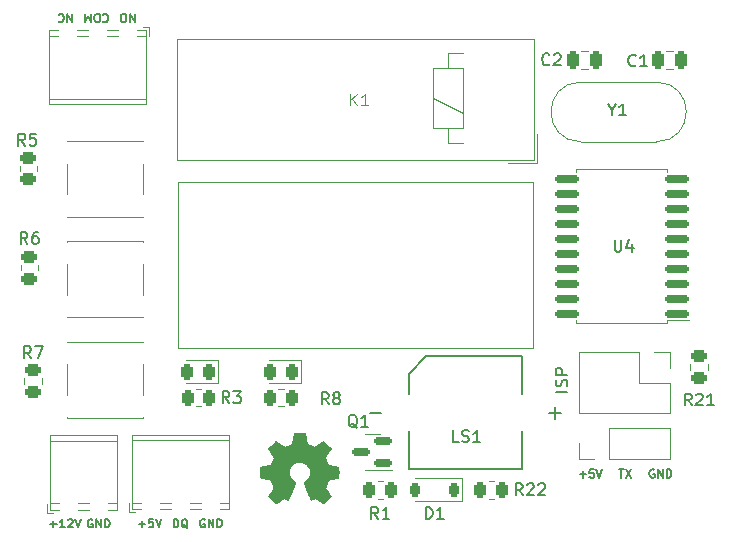
<source format=gto>
G04 #@! TF.GenerationSoftware,KiCad,Pcbnew,7.0.5-7.0.5~ubuntu20.04.1*
G04 #@! TF.CreationDate,2023-07-24T22:04:44+03:00*
G04 #@! TF.ProjectId,hardware,68617264-7761-4726-952e-6b696361645f,rev?*
G04 #@! TF.SameCoordinates,Original*
G04 #@! TF.FileFunction,Legend,Top*
G04 #@! TF.FilePolarity,Positive*
%FSLAX46Y46*%
G04 Gerber Fmt 4.6, Leading zero omitted, Abs format (unit mm)*
G04 Created by KiCad (PCBNEW 7.0.5-7.0.5~ubuntu20.04.1) date 2023-07-24 22:04:44*
%MOMM*%
%LPD*%
G01*
G04 APERTURE LIST*
G04 Aperture macros list*
%AMRoundRect*
0 Rectangle with rounded corners*
0 $1 Rounding radius*
0 $2 $3 $4 $5 $6 $7 $8 $9 X,Y pos of 4 corners*
0 Add a 4 corners polygon primitive as box body*
4,1,4,$2,$3,$4,$5,$6,$7,$8,$9,$2,$3,0*
0 Add four circle primitives for the rounded corners*
1,1,$1+$1,$2,$3*
1,1,$1+$1,$4,$5*
1,1,$1+$1,$6,$7*
1,1,$1+$1,$8,$9*
0 Add four rect primitives between the rounded corners*
20,1,$1+$1,$2,$3,$4,$5,0*
20,1,$1+$1,$4,$5,$6,$7,0*
20,1,$1+$1,$6,$7,$8,$9,0*
20,1,$1+$1,$8,$9,$2,$3,0*%
G04 Aperture macros list end*
%ADD10C,0.150000*%
%ADD11C,0.100000*%
%ADD12C,0.010000*%
%ADD13C,0.120000*%
%ADD14C,0.127000*%
%ADD15RoundRect,0.250000X0.262500X0.450000X-0.262500X0.450000X-0.262500X-0.450000X0.262500X-0.450000X0*%
%ADD16R,1.700000X1.700000*%
%ADD17O,1.700000X1.700000*%
%ADD18R,3.000000X2.500000*%
%ADD19C,1.524000*%
%ADD20R,1.524000X1.524000*%
%ADD21RoundRect,0.250000X0.250000X0.475000X-0.250000X0.475000X-0.250000X-0.475000X0.250000X-0.475000X0*%
%ADD22RoundRect,0.250000X0.450000X-0.262500X0.450000X0.262500X-0.450000X0.262500X-0.450000X-0.262500X0*%
%ADD23R,1.550000X1.300000*%
%ADD24RoundRect,0.243750X0.243750X0.456250X-0.243750X0.456250X-0.243750X-0.456250X0.243750X-0.456250X0*%
%ADD25C,2.200000*%
%ADD26R,2.200000X2.200000*%
%ADD27RoundRect,0.150000X0.875000X0.150000X-0.875000X0.150000X-0.875000X-0.150000X0.875000X-0.150000X0*%
%ADD28RoundRect,0.250000X-0.450000X0.262500X-0.450000X-0.262500X0.450000X-0.262500X0.450000X0.262500X0*%
%ADD29RoundRect,0.250000X-0.250000X-0.475000X0.250000X-0.475000X0.250000X0.475000X-0.250000X0.475000X0*%
%ADD30C,1.100000*%
%ADD31C,1.500000*%
%ADD32RoundRect,0.225000X0.225000X0.375000X-0.225000X0.375000X-0.225000X-0.375000X0.225000X-0.375000X0*%
%ADD33RoundRect,0.150000X0.587500X0.150000X-0.587500X0.150000X-0.587500X-0.150000X0.587500X-0.150000X0*%
G04 APERTURE END LIST*
D10*
X167454819Y-113476189D02*
X166454819Y-113476189D01*
X167407200Y-113047618D02*
X167454819Y-112904761D01*
X167454819Y-112904761D02*
X167454819Y-112666666D01*
X167454819Y-112666666D02*
X167407200Y-112571428D01*
X167407200Y-112571428D02*
X167359580Y-112523809D01*
X167359580Y-112523809D02*
X167264342Y-112476190D01*
X167264342Y-112476190D02*
X167169104Y-112476190D01*
X167169104Y-112476190D02*
X167073866Y-112523809D01*
X167073866Y-112523809D02*
X167026247Y-112571428D01*
X167026247Y-112571428D02*
X166978628Y-112666666D01*
X166978628Y-112666666D02*
X166931009Y-112857142D01*
X166931009Y-112857142D02*
X166883390Y-112952380D01*
X166883390Y-112952380D02*
X166835771Y-112999999D01*
X166835771Y-112999999D02*
X166740533Y-113047618D01*
X166740533Y-113047618D02*
X166645295Y-113047618D01*
X166645295Y-113047618D02*
X166550057Y-112999999D01*
X166550057Y-112999999D02*
X166502438Y-112952380D01*
X166502438Y-112952380D02*
X166454819Y-112857142D01*
X166454819Y-112857142D02*
X166454819Y-112619047D01*
X166454819Y-112619047D02*
X166502438Y-112476190D01*
X167454819Y-112047618D02*
X166454819Y-112047618D01*
X166454819Y-112047618D02*
X166454819Y-111666666D01*
X166454819Y-111666666D02*
X166502438Y-111571428D01*
X166502438Y-111571428D02*
X166550057Y-111523809D01*
X166550057Y-111523809D02*
X166645295Y-111476190D01*
X166645295Y-111476190D02*
X166788152Y-111476190D01*
X166788152Y-111476190D02*
X166883390Y-111523809D01*
X166883390Y-111523809D02*
X166931009Y-111571428D01*
X166931009Y-111571428D02*
X166978628Y-111666666D01*
X166978628Y-111666666D02*
X166978628Y-112047618D01*
X134115350Y-124981533D02*
X134115350Y-124281533D01*
X134115350Y-124281533D02*
X134282017Y-124281533D01*
X134282017Y-124281533D02*
X134382017Y-124314866D01*
X134382017Y-124314866D02*
X134448684Y-124381533D01*
X134448684Y-124381533D02*
X134482017Y-124448200D01*
X134482017Y-124448200D02*
X134515350Y-124581533D01*
X134515350Y-124581533D02*
X134515350Y-124681533D01*
X134515350Y-124681533D02*
X134482017Y-124814866D01*
X134482017Y-124814866D02*
X134448684Y-124881533D01*
X134448684Y-124881533D02*
X134382017Y-124948200D01*
X134382017Y-124948200D02*
X134282017Y-124981533D01*
X134282017Y-124981533D02*
X134115350Y-124981533D01*
X135282017Y-125048200D02*
X135215350Y-125014866D01*
X135215350Y-125014866D02*
X135148684Y-124948200D01*
X135148684Y-124948200D02*
X135048684Y-124848200D01*
X135048684Y-124848200D02*
X134982017Y-124814866D01*
X134982017Y-124814866D02*
X134915350Y-124814866D01*
X134948684Y-124981533D02*
X134882017Y-124948200D01*
X134882017Y-124948200D02*
X134815350Y-124881533D01*
X134815350Y-124881533D02*
X134782017Y-124748200D01*
X134782017Y-124748200D02*
X134782017Y-124514866D01*
X134782017Y-124514866D02*
X134815350Y-124381533D01*
X134815350Y-124381533D02*
X134882017Y-124314866D01*
X134882017Y-124314866D02*
X134948684Y-124281533D01*
X134948684Y-124281533D02*
X135082017Y-124281533D01*
X135082017Y-124281533D02*
X135148684Y-124314866D01*
X135148684Y-124314866D02*
X135215350Y-124381533D01*
X135215350Y-124381533D02*
X135248684Y-124514866D01*
X135248684Y-124514866D02*
X135248684Y-124748200D01*
X135248684Y-124748200D02*
X135215350Y-124881533D01*
X135215350Y-124881533D02*
X135148684Y-124948200D01*
X135148684Y-124948200D02*
X135082017Y-124981533D01*
X135082017Y-124981533D02*
X134948684Y-124981533D01*
X136732017Y-124314866D02*
X136665350Y-124281533D01*
X136665350Y-124281533D02*
X136565350Y-124281533D01*
X136565350Y-124281533D02*
X136465350Y-124314866D01*
X136465350Y-124314866D02*
X136398684Y-124381533D01*
X136398684Y-124381533D02*
X136365350Y-124448200D01*
X136365350Y-124448200D02*
X136332017Y-124581533D01*
X136332017Y-124581533D02*
X136332017Y-124681533D01*
X136332017Y-124681533D02*
X136365350Y-124814866D01*
X136365350Y-124814866D02*
X136398684Y-124881533D01*
X136398684Y-124881533D02*
X136465350Y-124948200D01*
X136465350Y-124948200D02*
X136565350Y-124981533D01*
X136565350Y-124981533D02*
X136632017Y-124981533D01*
X136632017Y-124981533D02*
X136732017Y-124948200D01*
X136732017Y-124948200D02*
X136765350Y-124914866D01*
X136765350Y-124914866D02*
X136765350Y-124681533D01*
X136765350Y-124681533D02*
X136632017Y-124681533D01*
X137065350Y-124981533D02*
X137065350Y-124281533D01*
X137065350Y-124281533D02*
X137465350Y-124981533D01*
X137465350Y-124981533D02*
X137465350Y-124281533D01*
X137798683Y-124981533D02*
X137798683Y-124281533D01*
X137798683Y-124281533D02*
X137965350Y-124281533D01*
X137965350Y-124281533D02*
X138065350Y-124314866D01*
X138065350Y-124314866D02*
X138132017Y-124381533D01*
X138132017Y-124381533D02*
X138165350Y-124448200D01*
X138165350Y-124448200D02*
X138198683Y-124581533D01*
X138198683Y-124581533D02*
X138198683Y-124681533D01*
X138198683Y-124681533D02*
X138165350Y-124814866D01*
X138165350Y-124814866D02*
X138132017Y-124881533D01*
X138132017Y-124881533D02*
X138065350Y-124948200D01*
X138065350Y-124948200D02*
X137965350Y-124981533D01*
X137965350Y-124981533D02*
X137798683Y-124981533D01*
X171817017Y-120066533D02*
X172217017Y-120066533D01*
X172017017Y-120766533D02*
X172017017Y-120066533D01*
X172383684Y-120066533D02*
X172850350Y-120766533D01*
X172850350Y-120066533D02*
X172383684Y-120766533D01*
X131165350Y-124714866D02*
X131698684Y-124714866D01*
X131432017Y-124981533D02*
X131432017Y-124448200D01*
X132365351Y-124281533D02*
X132032017Y-124281533D01*
X132032017Y-124281533D02*
X131998684Y-124614866D01*
X131998684Y-124614866D02*
X132032017Y-124581533D01*
X132032017Y-124581533D02*
X132098684Y-124548200D01*
X132098684Y-124548200D02*
X132265351Y-124548200D01*
X132265351Y-124548200D02*
X132332017Y-124581533D01*
X132332017Y-124581533D02*
X132365351Y-124614866D01*
X132365351Y-124614866D02*
X132398684Y-124681533D01*
X132398684Y-124681533D02*
X132398684Y-124848200D01*
X132398684Y-124848200D02*
X132365351Y-124914866D01*
X132365351Y-124914866D02*
X132332017Y-124948200D01*
X132332017Y-124948200D02*
X132265351Y-124981533D01*
X132265351Y-124981533D02*
X132098684Y-124981533D01*
X132098684Y-124981533D02*
X132032017Y-124948200D01*
X132032017Y-124948200D02*
X131998684Y-124914866D01*
X132598684Y-124281533D02*
X132832018Y-124981533D01*
X132832018Y-124981533D02*
X133065351Y-124281533D01*
X130801316Y-81493466D02*
X130801316Y-82193466D01*
X130801316Y-82193466D02*
X130401316Y-81493466D01*
X130401316Y-81493466D02*
X130401316Y-82193466D01*
X129934650Y-82193466D02*
X129801316Y-82193466D01*
X129801316Y-82193466D02*
X129734650Y-82160133D01*
X129734650Y-82160133D02*
X129667983Y-82093466D01*
X129667983Y-82093466D02*
X129634650Y-81960133D01*
X129634650Y-81960133D02*
X129634650Y-81726800D01*
X129634650Y-81726800D02*
X129667983Y-81593466D01*
X129667983Y-81593466D02*
X129734650Y-81526800D01*
X129734650Y-81526800D02*
X129801316Y-81493466D01*
X129801316Y-81493466D02*
X129934650Y-81493466D01*
X129934650Y-81493466D02*
X130001316Y-81526800D01*
X130001316Y-81526800D02*
X130067983Y-81593466D01*
X130067983Y-81593466D02*
X130101316Y-81726800D01*
X130101316Y-81726800D02*
X130101316Y-81960133D01*
X130101316Y-81960133D02*
X130067983Y-82093466D01*
X130067983Y-82093466D02*
X130001316Y-82160133D01*
X130001316Y-82160133D02*
X129934650Y-82193466D01*
X168475350Y-120499866D02*
X169008684Y-120499866D01*
X168742017Y-120766533D02*
X168742017Y-120233200D01*
X169675351Y-120066533D02*
X169342017Y-120066533D01*
X169342017Y-120066533D02*
X169308684Y-120399866D01*
X169308684Y-120399866D02*
X169342017Y-120366533D01*
X169342017Y-120366533D02*
X169408684Y-120333200D01*
X169408684Y-120333200D02*
X169575351Y-120333200D01*
X169575351Y-120333200D02*
X169642017Y-120366533D01*
X169642017Y-120366533D02*
X169675351Y-120399866D01*
X169675351Y-120399866D02*
X169708684Y-120466533D01*
X169708684Y-120466533D02*
X169708684Y-120633200D01*
X169708684Y-120633200D02*
X169675351Y-120699866D01*
X169675351Y-120699866D02*
X169642017Y-120733200D01*
X169642017Y-120733200D02*
X169575351Y-120766533D01*
X169575351Y-120766533D02*
X169408684Y-120766533D01*
X169408684Y-120766533D02*
X169342017Y-120733200D01*
X169342017Y-120733200D02*
X169308684Y-120699866D01*
X169908684Y-120066533D02*
X170142018Y-120766533D01*
X170142018Y-120766533D02*
X170375351Y-120066533D01*
X128134649Y-81560133D02*
X128167982Y-81526800D01*
X128167982Y-81526800D02*
X128267982Y-81493466D01*
X128267982Y-81493466D02*
X128334649Y-81493466D01*
X128334649Y-81493466D02*
X128434649Y-81526800D01*
X128434649Y-81526800D02*
X128501316Y-81593466D01*
X128501316Y-81593466D02*
X128534649Y-81660133D01*
X128534649Y-81660133D02*
X128567982Y-81793466D01*
X128567982Y-81793466D02*
X128567982Y-81893466D01*
X128567982Y-81893466D02*
X128534649Y-82026800D01*
X128534649Y-82026800D02*
X128501316Y-82093466D01*
X128501316Y-82093466D02*
X128434649Y-82160133D01*
X128434649Y-82160133D02*
X128334649Y-82193466D01*
X128334649Y-82193466D02*
X128267982Y-82193466D01*
X128267982Y-82193466D02*
X128167982Y-82160133D01*
X128167982Y-82160133D02*
X128134649Y-82126800D01*
X127701316Y-82193466D02*
X127567982Y-82193466D01*
X127567982Y-82193466D02*
X127501316Y-82160133D01*
X127501316Y-82160133D02*
X127434649Y-82093466D01*
X127434649Y-82093466D02*
X127401316Y-81960133D01*
X127401316Y-81960133D02*
X127401316Y-81726800D01*
X127401316Y-81726800D02*
X127434649Y-81593466D01*
X127434649Y-81593466D02*
X127501316Y-81526800D01*
X127501316Y-81526800D02*
X127567982Y-81493466D01*
X127567982Y-81493466D02*
X127701316Y-81493466D01*
X127701316Y-81493466D02*
X127767982Y-81526800D01*
X127767982Y-81526800D02*
X127834649Y-81593466D01*
X127834649Y-81593466D02*
X127867982Y-81726800D01*
X127867982Y-81726800D02*
X127867982Y-81960133D01*
X127867982Y-81960133D02*
X127834649Y-82093466D01*
X127834649Y-82093466D02*
X127767982Y-82160133D01*
X127767982Y-82160133D02*
X127701316Y-82193466D01*
X127101316Y-81493466D02*
X127101316Y-82193466D01*
X127101316Y-82193466D02*
X126867983Y-81693466D01*
X126867983Y-81693466D02*
X126634649Y-82193466D01*
X126634649Y-82193466D02*
X126634649Y-81493466D01*
X123665350Y-124714866D02*
X124198684Y-124714866D01*
X123932017Y-124981533D02*
X123932017Y-124448200D01*
X124898684Y-124981533D02*
X124498684Y-124981533D01*
X124698684Y-124981533D02*
X124698684Y-124281533D01*
X124698684Y-124281533D02*
X124632017Y-124381533D01*
X124632017Y-124381533D02*
X124565351Y-124448200D01*
X124565351Y-124448200D02*
X124498684Y-124481533D01*
X125165351Y-124348200D02*
X125198684Y-124314866D01*
X125198684Y-124314866D02*
X125265351Y-124281533D01*
X125265351Y-124281533D02*
X125432018Y-124281533D01*
X125432018Y-124281533D02*
X125498684Y-124314866D01*
X125498684Y-124314866D02*
X125532018Y-124348200D01*
X125532018Y-124348200D02*
X125565351Y-124414866D01*
X125565351Y-124414866D02*
X125565351Y-124481533D01*
X125565351Y-124481533D02*
X125532018Y-124581533D01*
X125532018Y-124581533D02*
X125132018Y-124981533D01*
X125132018Y-124981533D02*
X125565351Y-124981533D01*
X125765351Y-124281533D02*
X125998685Y-124981533D01*
X125998685Y-124981533D02*
X126232018Y-124281533D01*
X125501316Y-81493466D02*
X125501316Y-82193466D01*
X125501316Y-82193466D02*
X125101316Y-81493466D01*
X125101316Y-81493466D02*
X125101316Y-82193466D01*
X124367983Y-81560133D02*
X124401316Y-81526800D01*
X124401316Y-81526800D02*
X124501316Y-81493466D01*
X124501316Y-81493466D02*
X124567983Y-81493466D01*
X124567983Y-81493466D02*
X124667983Y-81526800D01*
X124667983Y-81526800D02*
X124734650Y-81593466D01*
X124734650Y-81593466D02*
X124767983Y-81660133D01*
X124767983Y-81660133D02*
X124801316Y-81793466D01*
X124801316Y-81793466D02*
X124801316Y-81893466D01*
X124801316Y-81893466D02*
X124767983Y-82026800D01*
X124767983Y-82026800D02*
X124734650Y-82093466D01*
X124734650Y-82093466D02*
X124667983Y-82160133D01*
X124667983Y-82160133D02*
X124567983Y-82193466D01*
X124567983Y-82193466D02*
X124501316Y-82193466D01*
X124501316Y-82193466D02*
X124401316Y-82160133D01*
X124401316Y-82160133D02*
X124367983Y-82126800D01*
X127232017Y-124314866D02*
X127165350Y-124281533D01*
X127165350Y-124281533D02*
X127065350Y-124281533D01*
X127065350Y-124281533D02*
X126965350Y-124314866D01*
X126965350Y-124314866D02*
X126898684Y-124381533D01*
X126898684Y-124381533D02*
X126865350Y-124448200D01*
X126865350Y-124448200D02*
X126832017Y-124581533D01*
X126832017Y-124581533D02*
X126832017Y-124681533D01*
X126832017Y-124681533D02*
X126865350Y-124814866D01*
X126865350Y-124814866D02*
X126898684Y-124881533D01*
X126898684Y-124881533D02*
X126965350Y-124948200D01*
X126965350Y-124948200D02*
X127065350Y-124981533D01*
X127065350Y-124981533D02*
X127132017Y-124981533D01*
X127132017Y-124981533D02*
X127232017Y-124948200D01*
X127232017Y-124948200D02*
X127265350Y-124914866D01*
X127265350Y-124914866D02*
X127265350Y-124681533D01*
X127265350Y-124681533D02*
X127132017Y-124681533D01*
X127565350Y-124981533D02*
X127565350Y-124281533D01*
X127565350Y-124281533D02*
X127965350Y-124981533D01*
X127965350Y-124981533D02*
X127965350Y-124281533D01*
X128298683Y-124981533D02*
X128298683Y-124281533D01*
X128298683Y-124281533D02*
X128465350Y-124281533D01*
X128465350Y-124281533D02*
X128565350Y-124314866D01*
X128565350Y-124314866D02*
X128632017Y-124381533D01*
X128632017Y-124381533D02*
X128665350Y-124448200D01*
X128665350Y-124448200D02*
X128698683Y-124581533D01*
X128698683Y-124581533D02*
X128698683Y-124681533D01*
X128698683Y-124681533D02*
X128665350Y-124814866D01*
X128665350Y-124814866D02*
X128632017Y-124881533D01*
X128632017Y-124881533D02*
X128565350Y-124948200D01*
X128565350Y-124948200D02*
X128465350Y-124981533D01*
X128465350Y-124981533D02*
X128298683Y-124981533D01*
X174792017Y-120099866D02*
X174725350Y-120066533D01*
X174725350Y-120066533D02*
X174625350Y-120066533D01*
X174625350Y-120066533D02*
X174525350Y-120099866D01*
X174525350Y-120099866D02*
X174458684Y-120166533D01*
X174458684Y-120166533D02*
X174425350Y-120233200D01*
X174425350Y-120233200D02*
X174392017Y-120366533D01*
X174392017Y-120366533D02*
X174392017Y-120466533D01*
X174392017Y-120466533D02*
X174425350Y-120599866D01*
X174425350Y-120599866D02*
X174458684Y-120666533D01*
X174458684Y-120666533D02*
X174525350Y-120733200D01*
X174525350Y-120733200D02*
X174625350Y-120766533D01*
X174625350Y-120766533D02*
X174692017Y-120766533D01*
X174692017Y-120766533D02*
X174792017Y-120733200D01*
X174792017Y-120733200D02*
X174825350Y-120699866D01*
X174825350Y-120699866D02*
X174825350Y-120466533D01*
X174825350Y-120466533D02*
X174692017Y-120466533D01*
X175125350Y-120766533D02*
X175125350Y-120066533D01*
X175125350Y-120066533D02*
X175525350Y-120766533D01*
X175525350Y-120766533D02*
X175525350Y-120066533D01*
X175858683Y-120766533D02*
X175858683Y-120066533D01*
X175858683Y-120066533D02*
X176025350Y-120066533D01*
X176025350Y-120066533D02*
X176125350Y-120099866D01*
X176125350Y-120099866D02*
X176192017Y-120166533D01*
X176192017Y-120166533D02*
X176225350Y-120233200D01*
X176225350Y-120233200D02*
X176258683Y-120366533D01*
X176258683Y-120366533D02*
X176258683Y-120466533D01*
X176258683Y-120466533D02*
X176225350Y-120599866D01*
X176225350Y-120599866D02*
X176192017Y-120666533D01*
X176192017Y-120666533D02*
X176125350Y-120733200D01*
X176125350Y-120733200D02*
X176025350Y-120766533D01*
X176025350Y-120766533D02*
X175858683Y-120766533D01*
X163657142Y-122254819D02*
X163323809Y-121778628D01*
X163085714Y-122254819D02*
X163085714Y-121254819D01*
X163085714Y-121254819D02*
X163466666Y-121254819D01*
X163466666Y-121254819D02*
X163561904Y-121302438D01*
X163561904Y-121302438D02*
X163609523Y-121350057D01*
X163609523Y-121350057D02*
X163657142Y-121445295D01*
X163657142Y-121445295D02*
X163657142Y-121588152D01*
X163657142Y-121588152D02*
X163609523Y-121683390D01*
X163609523Y-121683390D02*
X163561904Y-121731009D01*
X163561904Y-121731009D02*
X163466666Y-121778628D01*
X163466666Y-121778628D02*
X163085714Y-121778628D01*
X164038095Y-121350057D02*
X164085714Y-121302438D01*
X164085714Y-121302438D02*
X164180952Y-121254819D01*
X164180952Y-121254819D02*
X164419047Y-121254819D01*
X164419047Y-121254819D02*
X164514285Y-121302438D01*
X164514285Y-121302438D02*
X164561904Y-121350057D01*
X164561904Y-121350057D02*
X164609523Y-121445295D01*
X164609523Y-121445295D02*
X164609523Y-121540533D01*
X164609523Y-121540533D02*
X164561904Y-121683390D01*
X164561904Y-121683390D02*
X163990476Y-122254819D01*
X163990476Y-122254819D02*
X164609523Y-122254819D01*
X164990476Y-121350057D02*
X165038095Y-121302438D01*
X165038095Y-121302438D02*
X165133333Y-121254819D01*
X165133333Y-121254819D02*
X165371428Y-121254819D01*
X165371428Y-121254819D02*
X165466666Y-121302438D01*
X165466666Y-121302438D02*
X165514285Y-121350057D01*
X165514285Y-121350057D02*
X165561904Y-121445295D01*
X165561904Y-121445295D02*
X165561904Y-121540533D01*
X165561904Y-121540533D02*
X165514285Y-121683390D01*
X165514285Y-121683390D02*
X164942857Y-122254819D01*
X164942857Y-122254819D02*
X165561904Y-122254819D01*
X158257142Y-117754819D02*
X157780952Y-117754819D01*
X157780952Y-117754819D02*
X157780952Y-116754819D01*
X158542857Y-117707200D02*
X158685714Y-117754819D01*
X158685714Y-117754819D02*
X158923809Y-117754819D01*
X158923809Y-117754819D02*
X159019047Y-117707200D01*
X159019047Y-117707200D02*
X159066666Y-117659580D01*
X159066666Y-117659580D02*
X159114285Y-117564342D01*
X159114285Y-117564342D02*
X159114285Y-117469104D01*
X159114285Y-117469104D02*
X159066666Y-117373866D01*
X159066666Y-117373866D02*
X159019047Y-117326247D01*
X159019047Y-117326247D02*
X158923809Y-117278628D01*
X158923809Y-117278628D02*
X158733333Y-117231009D01*
X158733333Y-117231009D02*
X158638095Y-117183390D01*
X158638095Y-117183390D02*
X158590476Y-117135771D01*
X158590476Y-117135771D02*
X158542857Y-117040533D01*
X158542857Y-117040533D02*
X158542857Y-116945295D01*
X158542857Y-116945295D02*
X158590476Y-116850057D01*
X158590476Y-116850057D02*
X158638095Y-116802438D01*
X158638095Y-116802438D02*
X158733333Y-116754819D01*
X158733333Y-116754819D02*
X158971428Y-116754819D01*
X158971428Y-116754819D02*
X159114285Y-116802438D01*
X160066666Y-117754819D02*
X159495238Y-117754819D01*
X159780952Y-117754819D02*
X159780952Y-116754819D01*
X159780952Y-116754819D02*
X159685714Y-116897676D01*
X159685714Y-116897676D02*
X159590476Y-116992914D01*
X159590476Y-116992914D02*
X159495238Y-117040533D01*
X165933333Y-85759580D02*
X165885714Y-85807200D01*
X165885714Y-85807200D02*
X165742857Y-85854819D01*
X165742857Y-85854819D02*
X165647619Y-85854819D01*
X165647619Y-85854819D02*
X165504762Y-85807200D01*
X165504762Y-85807200D02*
X165409524Y-85711961D01*
X165409524Y-85711961D02*
X165361905Y-85616723D01*
X165361905Y-85616723D02*
X165314286Y-85426247D01*
X165314286Y-85426247D02*
X165314286Y-85283390D01*
X165314286Y-85283390D02*
X165361905Y-85092914D01*
X165361905Y-85092914D02*
X165409524Y-84997676D01*
X165409524Y-84997676D02*
X165504762Y-84902438D01*
X165504762Y-84902438D02*
X165647619Y-84854819D01*
X165647619Y-84854819D02*
X165742857Y-84854819D01*
X165742857Y-84854819D02*
X165885714Y-84902438D01*
X165885714Y-84902438D02*
X165933333Y-84950057D01*
X166314286Y-84950057D02*
X166361905Y-84902438D01*
X166361905Y-84902438D02*
X166457143Y-84854819D01*
X166457143Y-84854819D02*
X166695238Y-84854819D01*
X166695238Y-84854819D02*
X166790476Y-84902438D01*
X166790476Y-84902438D02*
X166838095Y-84950057D01*
X166838095Y-84950057D02*
X166885714Y-85045295D01*
X166885714Y-85045295D02*
X166885714Y-85140533D01*
X166885714Y-85140533D02*
X166838095Y-85283390D01*
X166838095Y-85283390D02*
X166266667Y-85854819D01*
X166266667Y-85854819D02*
X166885714Y-85854819D01*
X177957142Y-114654819D02*
X177623809Y-114178628D01*
X177385714Y-114654819D02*
X177385714Y-113654819D01*
X177385714Y-113654819D02*
X177766666Y-113654819D01*
X177766666Y-113654819D02*
X177861904Y-113702438D01*
X177861904Y-113702438D02*
X177909523Y-113750057D01*
X177909523Y-113750057D02*
X177957142Y-113845295D01*
X177957142Y-113845295D02*
X177957142Y-113988152D01*
X177957142Y-113988152D02*
X177909523Y-114083390D01*
X177909523Y-114083390D02*
X177861904Y-114131009D01*
X177861904Y-114131009D02*
X177766666Y-114178628D01*
X177766666Y-114178628D02*
X177385714Y-114178628D01*
X178338095Y-113750057D02*
X178385714Y-113702438D01*
X178385714Y-113702438D02*
X178480952Y-113654819D01*
X178480952Y-113654819D02*
X178719047Y-113654819D01*
X178719047Y-113654819D02*
X178814285Y-113702438D01*
X178814285Y-113702438D02*
X178861904Y-113750057D01*
X178861904Y-113750057D02*
X178909523Y-113845295D01*
X178909523Y-113845295D02*
X178909523Y-113940533D01*
X178909523Y-113940533D02*
X178861904Y-114083390D01*
X178861904Y-114083390D02*
X178290476Y-114654819D01*
X178290476Y-114654819D02*
X178909523Y-114654819D01*
X179861904Y-114654819D02*
X179290476Y-114654819D01*
X179576190Y-114654819D02*
X179576190Y-113654819D01*
X179576190Y-113654819D02*
X179480952Y-113797676D01*
X179480952Y-113797676D02*
X179385714Y-113892914D01*
X179385714Y-113892914D02*
X179290476Y-113940533D01*
X151433333Y-124254819D02*
X151100000Y-123778628D01*
X150861905Y-124254819D02*
X150861905Y-123254819D01*
X150861905Y-123254819D02*
X151242857Y-123254819D01*
X151242857Y-123254819D02*
X151338095Y-123302438D01*
X151338095Y-123302438D02*
X151385714Y-123350057D01*
X151385714Y-123350057D02*
X151433333Y-123445295D01*
X151433333Y-123445295D02*
X151433333Y-123588152D01*
X151433333Y-123588152D02*
X151385714Y-123683390D01*
X151385714Y-123683390D02*
X151338095Y-123731009D01*
X151338095Y-123731009D02*
X151242857Y-123778628D01*
X151242857Y-123778628D02*
X150861905Y-123778628D01*
X152385714Y-124254819D02*
X151814286Y-124254819D01*
X152100000Y-124254819D02*
X152100000Y-123254819D01*
X152100000Y-123254819D02*
X152004762Y-123397676D01*
X152004762Y-123397676D02*
X151909524Y-123492914D01*
X151909524Y-123492914D02*
X151814286Y-123540533D01*
X147233333Y-114554819D02*
X146900000Y-114078628D01*
X146661905Y-114554819D02*
X146661905Y-113554819D01*
X146661905Y-113554819D02*
X147042857Y-113554819D01*
X147042857Y-113554819D02*
X147138095Y-113602438D01*
X147138095Y-113602438D02*
X147185714Y-113650057D01*
X147185714Y-113650057D02*
X147233333Y-113745295D01*
X147233333Y-113745295D02*
X147233333Y-113888152D01*
X147233333Y-113888152D02*
X147185714Y-113983390D01*
X147185714Y-113983390D02*
X147138095Y-114031009D01*
X147138095Y-114031009D02*
X147042857Y-114078628D01*
X147042857Y-114078628D02*
X146661905Y-114078628D01*
X147804762Y-113983390D02*
X147709524Y-113935771D01*
X147709524Y-113935771D02*
X147661905Y-113888152D01*
X147661905Y-113888152D02*
X147614286Y-113792914D01*
X147614286Y-113792914D02*
X147614286Y-113745295D01*
X147614286Y-113745295D02*
X147661905Y-113650057D01*
X147661905Y-113650057D02*
X147709524Y-113602438D01*
X147709524Y-113602438D02*
X147804762Y-113554819D01*
X147804762Y-113554819D02*
X147995238Y-113554819D01*
X147995238Y-113554819D02*
X148090476Y-113602438D01*
X148090476Y-113602438D02*
X148138095Y-113650057D01*
X148138095Y-113650057D02*
X148185714Y-113745295D01*
X148185714Y-113745295D02*
X148185714Y-113792914D01*
X148185714Y-113792914D02*
X148138095Y-113888152D01*
X148138095Y-113888152D02*
X148090476Y-113935771D01*
X148090476Y-113935771D02*
X147995238Y-113983390D01*
X147995238Y-113983390D02*
X147804762Y-113983390D01*
X147804762Y-113983390D02*
X147709524Y-114031009D01*
X147709524Y-114031009D02*
X147661905Y-114078628D01*
X147661905Y-114078628D02*
X147614286Y-114173866D01*
X147614286Y-114173866D02*
X147614286Y-114364342D01*
X147614286Y-114364342D02*
X147661905Y-114459580D01*
X147661905Y-114459580D02*
X147709524Y-114507200D01*
X147709524Y-114507200D02*
X147804762Y-114554819D01*
X147804762Y-114554819D02*
X147995238Y-114554819D01*
X147995238Y-114554819D02*
X148090476Y-114507200D01*
X148090476Y-114507200D02*
X148138095Y-114459580D01*
X148138095Y-114459580D02*
X148185714Y-114364342D01*
X148185714Y-114364342D02*
X148185714Y-114173866D01*
X148185714Y-114173866D02*
X148138095Y-114078628D01*
X148138095Y-114078628D02*
X148090476Y-114031009D01*
X148090476Y-114031009D02*
X147995238Y-113983390D01*
D11*
X149061905Y-89257419D02*
X149061905Y-88257419D01*
X149633333Y-89257419D02*
X149204762Y-88685990D01*
X149633333Y-88257419D02*
X149061905Y-88828847D01*
X150585714Y-89257419D02*
X150014286Y-89257419D01*
X150300000Y-89257419D02*
X150300000Y-88257419D01*
X150300000Y-88257419D02*
X150204762Y-88400276D01*
X150204762Y-88400276D02*
X150109524Y-88495514D01*
X150109524Y-88495514D02*
X150014286Y-88543133D01*
D10*
X171438095Y-100629819D02*
X171438095Y-101439342D01*
X171438095Y-101439342D02*
X171485714Y-101534580D01*
X171485714Y-101534580D02*
X171533333Y-101582200D01*
X171533333Y-101582200D02*
X171628571Y-101629819D01*
X171628571Y-101629819D02*
X171819047Y-101629819D01*
X171819047Y-101629819D02*
X171914285Y-101582200D01*
X171914285Y-101582200D02*
X171961904Y-101534580D01*
X171961904Y-101534580D02*
X172009523Y-101439342D01*
X172009523Y-101439342D02*
X172009523Y-100629819D01*
X172914285Y-100963152D02*
X172914285Y-101629819D01*
X172676190Y-100582200D02*
X172438095Y-101296485D01*
X172438095Y-101296485D02*
X173057142Y-101296485D01*
X121533333Y-92654819D02*
X121200000Y-92178628D01*
X120961905Y-92654819D02*
X120961905Y-91654819D01*
X120961905Y-91654819D02*
X121342857Y-91654819D01*
X121342857Y-91654819D02*
X121438095Y-91702438D01*
X121438095Y-91702438D02*
X121485714Y-91750057D01*
X121485714Y-91750057D02*
X121533333Y-91845295D01*
X121533333Y-91845295D02*
X121533333Y-91988152D01*
X121533333Y-91988152D02*
X121485714Y-92083390D01*
X121485714Y-92083390D02*
X121438095Y-92131009D01*
X121438095Y-92131009D02*
X121342857Y-92178628D01*
X121342857Y-92178628D02*
X120961905Y-92178628D01*
X122438095Y-91654819D02*
X121961905Y-91654819D01*
X121961905Y-91654819D02*
X121914286Y-92131009D01*
X121914286Y-92131009D02*
X121961905Y-92083390D01*
X121961905Y-92083390D02*
X122057143Y-92035771D01*
X122057143Y-92035771D02*
X122295238Y-92035771D01*
X122295238Y-92035771D02*
X122390476Y-92083390D01*
X122390476Y-92083390D02*
X122438095Y-92131009D01*
X122438095Y-92131009D02*
X122485714Y-92226247D01*
X122485714Y-92226247D02*
X122485714Y-92464342D01*
X122485714Y-92464342D02*
X122438095Y-92559580D01*
X122438095Y-92559580D02*
X122390476Y-92607200D01*
X122390476Y-92607200D02*
X122295238Y-92654819D01*
X122295238Y-92654819D02*
X122057143Y-92654819D01*
X122057143Y-92654819D02*
X121961905Y-92607200D01*
X121961905Y-92607200D02*
X121914286Y-92559580D01*
X173233333Y-85859580D02*
X173185714Y-85907200D01*
X173185714Y-85907200D02*
X173042857Y-85954819D01*
X173042857Y-85954819D02*
X172947619Y-85954819D01*
X172947619Y-85954819D02*
X172804762Y-85907200D01*
X172804762Y-85907200D02*
X172709524Y-85811961D01*
X172709524Y-85811961D02*
X172661905Y-85716723D01*
X172661905Y-85716723D02*
X172614286Y-85526247D01*
X172614286Y-85526247D02*
X172614286Y-85383390D01*
X172614286Y-85383390D02*
X172661905Y-85192914D01*
X172661905Y-85192914D02*
X172709524Y-85097676D01*
X172709524Y-85097676D02*
X172804762Y-85002438D01*
X172804762Y-85002438D02*
X172947619Y-84954819D01*
X172947619Y-84954819D02*
X173042857Y-84954819D01*
X173042857Y-84954819D02*
X173185714Y-85002438D01*
X173185714Y-85002438D02*
X173233333Y-85050057D01*
X174185714Y-85954819D02*
X173614286Y-85954819D01*
X173900000Y-85954819D02*
X173900000Y-84954819D01*
X173900000Y-84954819D02*
X173804762Y-85097676D01*
X173804762Y-85097676D02*
X173709524Y-85192914D01*
X173709524Y-85192914D02*
X173614286Y-85240533D01*
X138833333Y-114454819D02*
X138500000Y-113978628D01*
X138261905Y-114454819D02*
X138261905Y-113454819D01*
X138261905Y-113454819D02*
X138642857Y-113454819D01*
X138642857Y-113454819D02*
X138738095Y-113502438D01*
X138738095Y-113502438D02*
X138785714Y-113550057D01*
X138785714Y-113550057D02*
X138833333Y-113645295D01*
X138833333Y-113645295D02*
X138833333Y-113788152D01*
X138833333Y-113788152D02*
X138785714Y-113883390D01*
X138785714Y-113883390D02*
X138738095Y-113931009D01*
X138738095Y-113931009D02*
X138642857Y-113978628D01*
X138642857Y-113978628D02*
X138261905Y-113978628D01*
X139166667Y-113454819D02*
X139785714Y-113454819D01*
X139785714Y-113454819D02*
X139452381Y-113835771D01*
X139452381Y-113835771D02*
X139595238Y-113835771D01*
X139595238Y-113835771D02*
X139690476Y-113883390D01*
X139690476Y-113883390D02*
X139738095Y-113931009D01*
X139738095Y-113931009D02*
X139785714Y-114026247D01*
X139785714Y-114026247D02*
X139785714Y-114264342D01*
X139785714Y-114264342D02*
X139738095Y-114359580D01*
X139738095Y-114359580D02*
X139690476Y-114407200D01*
X139690476Y-114407200D02*
X139595238Y-114454819D01*
X139595238Y-114454819D02*
X139309524Y-114454819D01*
X139309524Y-114454819D02*
X139214286Y-114407200D01*
X139214286Y-114407200D02*
X139166667Y-114359580D01*
X121733333Y-100967319D02*
X121400000Y-100491128D01*
X121161905Y-100967319D02*
X121161905Y-99967319D01*
X121161905Y-99967319D02*
X121542857Y-99967319D01*
X121542857Y-99967319D02*
X121638095Y-100014938D01*
X121638095Y-100014938D02*
X121685714Y-100062557D01*
X121685714Y-100062557D02*
X121733333Y-100157795D01*
X121733333Y-100157795D02*
X121733333Y-100300652D01*
X121733333Y-100300652D02*
X121685714Y-100395890D01*
X121685714Y-100395890D02*
X121638095Y-100443509D01*
X121638095Y-100443509D02*
X121542857Y-100491128D01*
X121542857Y-100491128D02*
X121161905Y-100491128D01*
X122590476Y-99967319D02*
X122400000Y-99967319D01*
X122400000Y-99967319D02*
X122304762Y-100014938D01*
X122304762Y-100014938D02*
X122257143Y-100062557D01*
X122257143Y-100062557D02*
X122161905Y-100205414D01*
X122161905Y-100205414D02*
X122114286Y-100395890D01*
X122114286Y-100395890D02*
X122114286Y-100776842D01*
X122114286Y-100776842D02*
X122161905Y-100872080D01*
X122161905Y-100872080D02*
X122209524Y-100919700D01*
X122209524Y-100919700D02*
X122304762Y-100967319D01*
X122304762Y-100967319D02*
X122495238Y-100967319D01*
X122495238Y-100967319D02*
X122590476Y-100919700D01*
X122590476Y-100919700D02*
X122638095Y-100872080D01*
X122638095Y-100872080D02*
X122685714Y-100776842D01*
X122685714Y-100776842D02*
X122685714Y-100538747D01*
X122685714Y-100538747D02*
X122638095Y-100443509D01*
X122638095Y-100443509D02*
X122590476Y-100395890D01*
X122590476Y-100395890D02*
X122495238Y-100348271D01*
X122495238Y-100348271D02*
X122304762Y-100348271D01*
X122304762Y-100348271D02*
X122209524Y-100395890D01*
X122209524Y-100395890D02*
X122161905Y-100443509D01*
X122161905Y-100443509D02*
X122114286Y-100538747D01*
X122033333Y-110654819D02*
X121700000Y-110178628D01*
X121461905Y-110654819D02*
X121461905Y-109654819D01*
X121461905Y-109654819D02*
X121842857Y-109654819D01*
X121842857Y-109654819D02*
X121938095Y-109702438D01*
X121938095Y-109702438D02*
X121985714Y-109750057D01*
X121985714Y-109750057D02*
X122033333Y-109845295D01*
X122033333Y-109845295D02*
X122033333Y-109988152D01*
X122033333Y-109988152D02*
X121985714Y-110083390D01*
X121985714Y-110083390D02*
X121938095Y-110131009D01*
X121938095Y-110131009D02*
X121842857Y-110178628D01*
X121842857Y-110178628D02*
X121461905Y-110178628D01*
X122366667Y-109654819D02*
X123033333Y-109654819D01*
X123033333Y-109654819D02*
X122604762Y-110654819D01*
X171228809Y-89628628D02*
X171228809Y-90104819D01*
X170895476Y-89104819D02*
X171228809Y-89628628D01*
X171228809Y-89628628D02*
X171562142Y-89104819D01*
X172419285Y-90104819D02*
X171847857Y-90104819D01*
X172133571Y-90104819D02*
X172133571Y-89104819D01*
X172133571Y-89104819D02*
X172038333Y-89247676D01*
X172038333Y-89247676D02*
X171943095Y-89342914D01*
X171943095Y-89342914D02*
X171847857Y-89390533D01*
X155461905Y-124254819D02*
X155461905Y-123254819D01*
X155461905Y-123254819D02*
X155700000Y-123254819D01*
X155700000Y-123254819D02*
X155842857Y-123302438D01*
X155842857Y-123302438D02*
X155938095Y-123397676D01*
X155938095Y-123397676D02*
X155985714Y-123492914D01*
X155985714Y-123492914D02*
X156033333Y-123683390D01*
X156033333Y-123683390D02*
X156033333Y-123826247D01*
X156033333Y-123826247D02*
X155985714Y-124016723D01*
X155985714Y-124016723D02*
X155938095Y-124111961D01*
X155938095Y-124111961D02*
X155842857Y-124207200D01*
X155842857Y-124207200D02*
X155700000Y-124254819D01*
X155700000Y-124254819D02*
X155461905Y-124254819D01*
X156985714Y-124254819D02*
X156414286Y-124254819D01*
X156700000Y-124254819D02*
X156700000Y-123254819D01*
X156700000Y-123254819D02*
X156604762Y-123397676D01*
X156604762Y-123397676D02*
X156509524Y-123492914D01*
X156509524Y-123492914D02*
X156414286Y-123540533D01*
X149654761Y-116550057D02*
X149559523Y-116502438D01*
X149559523Y-116502438D02*
X149464285Y-116407200D01*
X149464285Y-116407200D02*
X149321428Y-116264342D01*
X149321428Y-116264342D02*
X149226190Y-116216723D01*
X149226190Y-116216723D02*
X149130952Y-116216723D01*
X149178571Y-116454819D02*
X149083333Y-116407200D01*
X149083333Y-116407200D02*
X148988095Y-116311961D01*
X148988095Y-116311961D02*
X148940476Y-116121485D01*
X148940476Y-116121485D02*
X148940476Y-115788152D01*
X148940476Y-115788152D02*
X148988095Y-115597676D01*
X148988095Y-115597676D02*
X149083333Y-115502438D01*
X149083333Y-115502438D02*
X149178571Y-115454819D01*
X149178571Y-115454819D02*
X149369047Y-115454819D01*
X149369047Y-115454819D02*
X149464285Y-115502438D01*
X149464285Y-115502438D02*
X149559523Y-115597676D01*
X149559523Y-115597676D02*
X149607142Y-115788152D01*
X149607142Y-115788152D02*
X149607142Y-116121485D01*
X149607142Y-116121485D02*
X149559523Y-116311961D01*
X149559523Y-116311961D02*
X149464285Y-116407200D01*
X149464285Y-116407200D02*
X149369047Y-116454819D01*
X149369047Y-116454819D02*
X149178571Y-116454819D01*
X150559523Y-116454819D02*
X149988095Y-116454819D01*
X150273809Y-116454819D02*
X150273809Y-115454819D01*
X150273809Y-115454819D02*
X150178571Y-115597676D01*
X150178571Y-115597676D02*
X150083333Y-115692914D01*
X150083333Y-115692914D02*
X149988095Y-115740533D01*
D12*
X145305814Y-117468931D02*
X145389635Y-117913555D01*
X145698920Y-118041053D01*
X146008206Y-118168551D01*
X146379246Y-117916246D01*
X146483157Y-117845996D01*
X146577087Y-117783272D01*
X146656652Y-117730938D01*
X146717470Y-117691857D01*
X146755157Y-117668893D01*
X146765421Y-117663942D01*
X146783910Y-117676676D01*
X146823420Y-117711882D01*
X146879522Y-117765062D01*
X146947787Y-117831718D01*
X147023786Y-117907354D01*
X147103092Y-117987472D01*
X147181275Y-118067574D01*
X147253907Y-118143164D01*
X147316559Y-118209745D01*
X147364803Y-118262818D01*
X147394210Y-118297887D01*
X147401241Y-118309623D01*
X147391123Y-118331260D01*
X147362759Y-118378662D01*
X147319129Y-118447193D01*
X147263218Y-118532215D01*
X147198006Y-118629093D01*
X147160219Y-118684350D01*
X147091343Y-118785248D01*
X147030140Y-118876299D01*
X146979578Y-118952970D01*
X146942628Y-119010728D01*
X146922258Y-119045043D01*
X146919197Y-119052254D01*
X146926136Y-119072748D01*
X146945051Y-119120513D01*
X146973087Y-119188832D01*
X147007391Y-119270989D01*
X147045109Y-119360270D01*
X147083387Y-119449958D01*
X147119370Y-119533338D01*
X147150206Y-119603694D01*
X147173039Y-119654310D01*
X147185017Y-119678471D01*
X147185724Y-119679422D01*
X147204531Y-119684036D01*
X147254618Y-119694328D01*
X147330793Y-119709287D01*
X147427865Y-119727901D01*
X147540643Y-119749159D01*
X147606442Y-119761418D01*
X147726950Y-119784362D01*
X147835797Y-119806195D01*
X147927476Y-119825722D01*
X147996481Y-119841748D01*
X148037304Y-119853079D01*
X148045511Y-119856674D01*
X148053548Y-119881006D01*
X148060033Y-119935959D01*
X148064970Y-120015108D01*
X148068364Y-120112026D01*
X148070218Y-120220287D01*
X148070538Y-120333465D01*
X148069327Y-120445135D01*
X148066590Y-120548868D01*
X148062331Y-120638241D01*
X148056555Y-120706826D01*
X148049267Y-120748197D01*
X148044895Y-120756810D01*
X148018764Y-120767133D01*
X147963393Y-120781892D01*
X147886107Y-120799352D01*
X147794230Y-120817780D01*
X147762158Y-120823741D01*
X147607524Y-120852066D01*
X147485375Y-120874876D01*
X147391673Y-120893080D01*
X147322384Y-120907583D01*
X147273471Y-120919292D01*
X147240897Y-120929115D01*
X147220628Y-120937956D01*
X147208626Y-120946724D01*
X147206947Y-120948457D01*
X147190184Y-120976371D01*
X147164614Y-121030695D01*
X147132788Y-121104777D01*
X147097260Y-121191965D01*
X147060583Y-121285608D01*
X147025311Y-121379052D01*
X146993996Y-121465647D01*
X146969193Y-121538740D01*
X146953454Y-121591678D01*
X146949332Y-121617811D01*
X146949676Y-121618726D01*
X146963641Y-121640086D01*
X146995322Y-121687084D01*
X147041391Y-121754827D01*
X147098518Y-121838423D01*
X147163373Y-121932982D01*
X147181843Y-121959854D01*
X147247699Y-122057275D01*
X147305650Y-122146163D01*
X147352538Y-122221412D01*
X147385207Y-122277920D01*
X147400500Y-122310581D01*
X147401241Y-122314593D01*
X147388392Y-122335684D01*
X147352888Y-122377464D01*
X147299293Y-122435445D01*
X147232171Y-122505135D01*
X147156087Y-122582045D01*
X147075604Y-122661683D01*
X146995287Y-122739561D01*
X146919699Y-122811186D01*
X146853405Y-122872070D01*
X146800969Y-122917721D01*
X146766955Y-122943650D01*
X146757545Y-122947883D01*
X146735643Y-122937912D01*
X146690800Y-122911020D01*
X146630321Y-122871736D01*
X146583789Y-122840117D01*
X146499475Y-122782098D01*
X146399626Y-122713784D01*
X146299473Y-122645579D01*
X146245627Y-122609075D01*
X146063371Y-122485800D01*
X145910381Y-122568520D01*
X145840682Y-122604759D01*
X145781414Y-122632926D01*
X145741311Y-122648991D01*
X145731103Y-122651226D01*
X145718829Y-122634722D01*
X145694613Y-122588082D01*
X145660263Y-122515609D01*
X145617588Y-122421606D01*
X145568394Y-122310374D01*
X145514490Y-122186215D01*
X145457684Y-122053432D01*
X145399782Y-121916327D01*
X145342593Y-121779202D01*
X145287924Y-121646358D01*
X145237584Y-121522098D01*
X145193380Y-121410725D01*
X145157119Y-121316539D01*
X145130609Y-121243844D01*
X145115658Y-121196941D01*
X145113254Y-121180833D01*
X145132311Y-121160286D01*
X145174036Y-121126933D01*
X145229706Y-121087702D01*
X145234378Y-121084599D01*
X145378264Y-120969423D01*
X145494283Y-120835053D01*
X145581430Y-120685784D01*
X145638699Y-120525913D01*
X145665086Y-120359737D01*
X145659585Y-120191552D01*
X145621190Y-120025655D01*
X145548895Y-119866342D01*
X145527626Y-119831487D01*
X145416996Y-119690737D01*
X145286302Y-119577714D01*
X145140064Y-119493003D01*
X144982808Y-119437194D01*
X144819057Y-119410874D01*
X144653333Y-119414630D01*
X144490162Y-119449050D01*
X144334065Y-119514723D01*
X144189567Y-119612235D01*
X144144869Y-119651813D01*
X144031112Y-119775703D01*
X143948218Y-119906124D01*
X143891356Y-120052315D01*
X143859687Y-120197088D01*
X143851869Y-120359860D01*
X143877938Y-120523440D01*
X143935245Y-120682298D01*
X144021144Y-120830906D01*
X144132986Y-120963735D01*
X144268123Y-121075256D01*
X144285883Y-121087011D01*
X144342150Y-121125508D01*
X144384923Y-121158863D01*
X144405372Y-121180160D01*
X144405669Y-121180833D01*
X144401279Y-121203871D01*
X144383876Y-121256157D01*
X144355268Y-121333390D01*
X144317265Y-121431268D01*
X144271674Y-121545491D01*
X144220303Y-121671758D01*
X144164962Y-121805767D01*
X144107458Y-121943218D01*
X144049601Y-122079808D01*
X143993198Y-122211237D01*
X143940058Y-122333205D01*
X143891990Y-122441409D01*
X143850801Y-122531549D01*
X143818301Y-122599323D01*
X143796297Y-122640430D01*
X143787436Y-122651226D01*
X143760360Y-122642819D01*
X143709697Y-122620272D01*
X143644183Y-122587613D01*
X143608159Y-122568520D01*
X143455168Y-122485800D01*
X143272912Y-122609075D01*
X143179875Y-122672228D01*
X143078015Y-122741727D01*
X142982562Y-122807165D01*
X142934750Y-122840117D01*
X142867505Y-122885273D01*
X142810564Y-122921057D01*
X142771354Y-122942938D01*
X142758619Y-122947563D01*
X142740083Y-122935085D01*
X142699059Y-122900252D01*
X142639525Y-122846678D01*
X142565458Y-122777983D01*
X142480835Y-122697781D01*
X142427315Y-122646286D01*
X142333681Y-122554286D01*
X142252759Y-122471999D01*
X142187823Y-122402945D01*
X142142142Y-122350644D01*
X142118989Y-122318616D01*
X142116768Y-122312116D01*
X142127076Y-122287394D01*
X142155561Y-122237405D01*
X142199063Y-122167212D01*
X142254423Y-122081875D01*
X142318480Y-121986456D01*
X142336697Y-121959854D01*
X142403073Y-121863167D01*
X142462622Y-121776117D01*
X142512016Y-121703595D01*
X142547925Y-121650493D01*
X142567019Y-121621703D01*
X142568864Y-121618726D01*
X142566105Y-121595782D01*
X142551462Y-121545336D01*
X142527487Y-121474041D01*
X142496734Y-121388547D01*
X142461756Y-121295507D01*
X142425107Y-121201574D01*
X142389339Y-121113399D01*
X142357006Y-121037634D01*
X142330662Y-120980931D01*
X142312858Y-120949943D01*
X142311593Y-120948457D01*
X142300706Y-120939601D01*
X142282318Y-120930843D01*
X142252394Y-120921277D01*
X142206897Y-120909996D01*
X142141791Y-120896093D01*
X142053039Y-120878663D01*
X141936607Y-120856798D01*
X141788458Y-120829591D01*
X141756382Y-120823741D01*
X141661314Y-120805374D01*
X141578435Y-120787405D01*
X141515070Y-120771569D01*
X141478542Y-120759600D01*
X141473644Y-120756810D01*
X141465573Y-120732072D01*
X141459013Y-120676790D01*
X141453967Y-120597389D01*
X141450441Y-120500296D01*
X141448439Y-120391938D01*
X141447964Y-120278740D01*
X141449023Y-120167128D01*
X141451618Y-120063529D01*
X141455754Y-119974368D01*
X141461437Y-119906072D01*
X141468669Y-119865066D01*
X141473029Y-119856674D01*
X141497302Y-119848208D01*
X141552574Y-119834435D01*
X141633338Y-119816550D01*
X141734088Y-119795748D01*
X141849317Y-119773223D01*
X141912098Y-119761418D01*
X142031213Y-119739151D01*
X142137435Y-119718979D01*
X142225573Y-119701915D01*
X142290434Y-119688969D01*
X142326826Y-119681155D01*
X142332816Y-119679422D01*
X142342939Y-119659890D01*
X142364338Y-119612843D01*
X142394161Y-119545003D01*
X142429555Y-119463091D01*
X142467668Y-119373828D01*
X142505647Y-119283935D01*
X142540640Y-119200135D01*
X142569794Y-119129147D01*
X142590257Y-119077694D01*
X142599177Y-119052497D01*
X142599343Y-119051396D01*
X142589231Y-119031519D01*
X142560883Y-118985777D01*
X142517277Y-118918717D01*
X142461394Y-118834884D01*
X142396213Y-118738826D01*
X142358321Y-118683650D01*
X142289275Y-118582481D01*
X142227950Y-118490630D01*
X142177337Y-118412744D01*
X142140429Y-118353469D01*
X142120218Y-118317451D01*
X142117299Y-118309377D01*
X142129847Y-118290584D01*
X142164537Y-118250457D01*
X142216937Y-118193493D01*
X142282616Y-118124185D01*
X142357144Y-118047031D01*
X142436087Y-117966525D01*
X142515017Y-117887163D01*
X142589500Y-117813440D01*
X142655106Y-117749852D01*
X142707404Y-117700894D01*
X142741961Y-117671061D01*
X142753522Y-117663942D01*
X142772346Y-117673953D01*
X142817369Y-117702078D01*
X142884213Y-117745454D01*
X142968501Y-117801218D01*
X143065856Y-117866506D01*
X143139293Y-117916246D01*
X143510333Y-118168551D01*
X144128905Y-117913555D01*
X144212725Y-117468931D01*
X144296546Y-117024307D01*
X145221994Y-117024307D01*
X145305814Y-117468931D01*
G36*
X145305814Y-117468931D02*
G01*
X145389635Y-117913555D01*
X145698920Y-118041053D01*
X146008206Y-118168551D01*
X146379246Y-117916246D01*
X146483157Y-117845996D01*
X146577087Y-117783272D01*
X146656652Y-117730938D01*
X146717470Y-117691857D01*
X146755157Y-117668893D01*
X146765421Y-117663942D01*
X146783910Y-117676676D01*
X146823420Y-117711882D01*
X146879522Y-117765062D01*
X146947787Y-117831718D01*
X147023786Y-117907354D01*
X147103092Y-117987472D01*
X147181275Y-118067574D01*
X147253907Y-118143164D01*
X147316559Y-118209745D01*
X147364803Y-118262818D01*
X147394210Y-118297887D01*
X147401241Y-118309623D01*
X147391123Y-118331260D01*
X147362759Y-118378662D01*
X147319129Y-118447193D01*
X147263218Y-118532215D01*
X147198006Y-118629093D01*
X147160219Y-118684350D01*
X147091343Y-118785248D01*
X147030140Y-118876299D01*
X146979578Y-118952970D01*
X146942628Y-119010728D01*
X146922258Y-119045043D01*
X146919197Y-119052254D01*
X146926136Y-119072748D01*
X146945051Y-119120513D01*
X146973087Y-119188832D01*
X147007391Y-119270989D01*
X147045109Y-119360270D01*
X147083387Y-119449958D01*
X147119370Y-119533338D01*
X147150206Y-119603694D01*
X147173039Y-119654310D01*
X147185017Y-119678471D01*
X147185724Y-119679422D01*
X147204531Y-119684036D01*
X147254618Y-119694328D01*
X147330793Y-119709287D01*
X147427865Y-119727901D01*
X147540643Y-119749159D01*
X147606442Y-119761418D01*
X147726950Y-119784362D01*
X147835797Y-119806195D01*
X147927476Y-119825722D01*
X147996481Y-119841748D01*
X148037304Y-119853079D01*
X148045511Y-119856674D01*
X148053548Y-119881006D01*
X148060033Y-119935959D01*
X148064970Y-120015108D01*
X148068364Y-120112026D01*
X148070218Y-120220287D01*
X148070538Y-120333465D01*
X148069327Y-120445135D01*
X148066590Y-120548868D01*
X148062331Y-120638241D01*
X148056555Y-120706826D01*
X148049267Y-120748197D01*
X148044895Y-120756810D01*
X148018764Y-120767133D01*
X147963393Y-120781892D01*
X147886107Y-120799352D01*
X147794230Y-120817780D01*
X147762158Y-120823741D01*
X147607524Y-120852066D01*
X147485375Y-120874876D01*
X147391673Y-120893080D01*
X147322384Y-120907583D01*
X147273471Y-120919292D01*
X147240897Y-120929115D01*
X147220628Y-120937956D01*
X147208626Y-120946724D01*
X147206947Y-120948457D01*
X147190184Y-120976371D01*
X147164614Y-121030695D01*
X147132788Y-121104777D01*
X147097260Y-121191965D01*
X147060583Y-121285608D01*
X147025311Y-121379052D01*
X146993996Y-121465647D01*
X146969193Y-121538740D01*
X146953454Y-121591678D01*
X146949332Y-121617811D01*
X146949676Y-121618726D01*
X146963641Y-121640086D01*
X146995322Y-121687084D01*
X147041391Y-121754827D01*
X147098518Y-121838423D01*
X147163373Y-121932982D01*
X147181843Y-121959854D01*
X147247699Y-122057275D01*
X147305650Y-122146163D01*
X147352538Y-122221412D01*
X147385207Y-122277920D01*
X147400500Y-122310581D01*
X147401241Y-122314593D01*
X147388392Y-122335684D01*
X147352888Y-122377464D01*
X147299293Y-122435445D01*
X147232171Y-122505135D01*
X147156087Y-122582045D01*
X147075604Y-122661683D01*
X146995287Y-122739561D01*
X146919699Y-122811186D01*
X146853405Y-122872070D01*
X146800969Y-122917721D01*
X146766955Y-122943650D01*
X146757545Y-122947883D01*
X146735643Y-122937912D01*
X146690800Y-122911020D01*
X146630321Y-122871736D01*
X146583789Y-122840117D01*
X146499475Y-122782098D01*
X146399626Y-122713784D01*
X146299473Y-122645579D01*
X146245627Y-122609075D01*
X146063371Y-122485800D01*
X145910381Y-122568520D01*
X145840682Y-122604759D01*
X145781414Y-122632926D01*
X145741311Y-122648991D01*
X145731103Y-122651226D01*
X145718829Y-122634722D01*
X145694613Y-122588082D01*
X145660263Y-122515609D01*
X145617588Y-122421606D01*
X145568394Y-122310374D01*
X145514490Y-122186215D01*
X145457684Y-122053432D01*
X145399782Y-121916327D01*
X145342593Y-121779202D01*
X145287924Y-121646358D01*
X145237584Y-121522098D01*
X145193380Y-121410725D01*
X145157119Y-121316539D01*
X145130609Y-121243844D01*
X145115658Y-121196941D01*
X145113254Y-121180833D01*
X145132311Y-121160286D01*
X145174036Y-121126933D01*
X145229706Y-121087702D01*
X145234378Y-121084599D01*
X145378264Y-120969423D01*
X145494283Y-120835053D01*
X145581430Y-120685784D01*
X145638699Y-120525913D01*
X145665086Y-120359737D01*
X145659585Y-120191552D01*
X145621190Y-120025655D01*
X145548895Y-119866342D01*
X145527626Y-119831487D01*
X145416996Y-119690737D01*
X145286302Y-119577714D01*
X145140064Y-119493003D01*
X144982808Y-119437194D01*
X144819057Y-119410874D01*
X144653333Y-119414630D01*
X144490162Y-119449050D01*
X144334065Y-119514723D01*
X144189567Y-119612235D01*
X144144869Y-119651813D01*
X144031112Y-119775703D01*
X143948218Y-119906124D01*
X143891356Y-120052315D01*
X143859687Y-120197088D01*
X143851869Y-120359860D01*
X143877938Y-120523440D01*
X143935245Y-120682298D01*
X144021144Y-120830906D01*
X144132986Y-120963735D01*
X144268123Y-121075256D01*
X144285883Y-121087011D01*
X144342150Y-121125508D01*
X144384923Y-121158863D01*
X144405372Y-121180160D01*
X144405669Y-121180833D01*
X144401279Y-121203871D01*
X144383876Y-121256157D01*
X144355268Y-121333390D01*
X144317265Y-121431268D01*
X144271674Y-121545491D01*
X144220303Y-121671758D01*
X144164962Y-121805767D01*
X144107458Y-121943218D01*
X144049601Y-122079808D01*
X143993198Y-122211237D01*
X143940058Y-122333205D01*
X143891990Y-122441409D01*
X143850801Y-122531549D01*
X143818301Y-122599323D01*
X143796297Y-122640430D01*
X143787436Y-122651226D01*
X143760360Y-122642819D01*
X143709697Y-122620272D01*
X143644183Y-122587613D01*
X143608159Y-122568520D01*
X143455168Y-122485800D01*
X143272912Y-122609075D01*
X143179875Y-122672228D01*
X143078015Y-122741727D01*
X142982562Y-122807165D01*
X142934750Y-122840117D01*
X142867505Y-122885273D01*
X142810564Y-122921057D01*
X142771354Y-122942938D01*
X142758619Y-122947563D01*
X142740083Y-122935085D01*
X142699059Y-122900252D01*
X142639525Y-122846678D01*
X142565458Y-122777983D01*
X142480835Y-122697781D01*
X142427315Y-122646286D01*
X142333681Y-122554286D01*
X142252759Y-122471999D01*
X142187823Y-122402945D01*
X142142142Y-122350644D01*
X142118989Y-122318616D01*
X142116768Y-122312116D01*
X142127076Y-122287394D01*
X142155561Y-122237405D01*
X142199063Y-122167212D01*
X142254423Y-122081875D01*
X142318480Y-121986456D01*
X142336697Y-121959854D01*
X142403073Y-121863167D01*
X142462622Y-121776117D01*
X142512016Y-121703595D01*
X142547925Y-121650493D01*
X142567019Y-121621703D01*
X142568864Y-121618726D01*
X142566105Y-121595782D01*
X142551462Y-121545336D01*
X142527487Y-121474041D01*
X142496734Y-121388547D01*
X142461756Y-121295507D01*
X142425107Y-121201574D01*
X142389339Y-121113399D01*
X142357006Y-121037634D01*
X142330662Y-120980931D01*
X142312858Y-120949943D01*
X142311593Y-120948457D01*
X142300706Y-120939601D01*
X142282318Y-120930843D01*
X142252394Y-120921277D01*
X142206897Y-120909996D01*
X142141791Y-120896093D01*
X142053039Y-120878663D01*
X141936607Y-120856798D01*
X141788458Y-120829591D01*
X141756382Y-120823741D01*
X141661314Y-120805374D01*
X141578435Y-120787405D01*
X141515070Y-120771569D01*
X141478542Y-120759600D01*
X141473644Y-120756810D01*
X141465573Y-120732072D01*
X141459013Y-120676790D01*
X141453967Y-120597389D01*
X141450441Y-120500296D01*
X141448439Y-120391938D01*
X141447964Y-120278740D01*
X141449023Y-120167128D01*
X141451618Y-120063529D01*
X141455754Y-119974368D01*
X141461437Y-119906072D01*
X141468669Y-119865066D01*
X141473029Y-119856674D01*
X141497302Y-119848208D01*
X141552574Y-119834435D01*
X141633338Y-119816550D01*
X141734088Y-119795748D01*
X141849317Y-119773223D01*
X141912098Y-119761418D01*
X142031213Y-119739151D01*
X142137435Y-119718979D01*
X142225573Y-119701915D01*
X142290434Y-119688969D01*
X142326826Y-119681155D01*
X142332816Y-119679422D01*
X142342939Y-119659890D01*
X142364338Y-119612843D01*
X142394161Y-119545003D01*
X142429555Y-119463091D01*
X142467668Y-119373828D01*
X142505647Y-119283935D01*
X142540640Y-119200135D01*
X142569794Y-119129147D01*
X142590257Y-119077694D01*
X142599177Y-119052497D01*
X142599343Y-119051396D01*
X142589231Y-119031519D01*
X142560883Y-118985777D01*
X142517277Y-118918717D01*
X142461394Y-118834884D01*
X142396213Y-118738826D01*
X142358321Y-118683650D01*
X142289275Y-118582481D01*
X142227950Y-118490630D01*
X142177337Y-118412744D01*
X142140429Y-118353469D01*
X142120218Y-118317451D01*
X142117299Y-118309377D01*
X142129847Y-118290584D01*
X142164537Y-118250457D01*
X142216937Y-118193493D01*
X142282616Y-118124185D01*
X142357144Y-118047031D01*
X142436087Y-117966525D01*
X142515017Y-117887163D01*
X142589500Y-117813440D01*
X142655106Y-117749852D01*
X142707404Y-117700894D01*
X142741961Y-117671061D01*
X142753522Y-117663942D01*
X142772346Y-117673953D01*
X142817369Y-117702078D01*
X142884213Y-117745454D01*
X142968501Y-117801218D01*
X143065856Y-117866506D01*
X143139293Y-117916246D01*
X143510333Y-118168551D01*
X144128905Y-117913555D01*
X144212725Y-117468931D01*
X144296546Y-117024307D01*
X145221994Y-117024307D01*
X145305814Y-117468931D01*
G37*
D13*
X161227064Y-122535000D02*
X160772936Y-122535000D01*
X161227064Y-121065000D02*
X160772936Y-121065000D01*
X176130000Y-110130000D02*
X176130000Y-111460000D01*
X174800000Y-110130000D02*
X176130000Y-110130000D01*
X173530000Y-110130000D02*
X168390000Y-110130000D01*
X173530000Y-110130000D02*
X173530000Y-112730000D01*
X168390000Y-110130000D02*
X168390000Y-115330000D01*
X176130000Y-112730000D02*
X176130000Y-115330000D01*
X173530000Y-112730000D02*
X176130000Y-112730000D01*
X176130000Y-115330000D02*
X168390000Y-115330000D01*
D14*
X166890000Y-115275000D02*
X165890000Y-115275000D01*
X166390000Y-115775000D02*
X166390000Y-114775000D01*
X163600000Y-120075000D02*
X154000000Y-120075000D01*
X163600000Y-116845000D02*
X163600000Y-120075000D01*
X163600000Y-110475000D02*
X163600000Y-113705000D01*
X155500000Y-110475000D02*
X163600000Y-110475000D01*
X154000000Y-120075000D02*
X154000000Y-116845000D01*
X154000000Y-111975000D02*
X155500000Y-110475000D01*
X154000000Y-111975000D02*
X154000000Y-113705000D01*
X151710000Y-115275000D02*
X150710000Y-115275000D01*
D11*
X134520000Y-95765000D02*
X164520000Y-95765000D01*
X164520000Y-95765000D02*
X164520000Y-109765000D01*
X164520000Y-109765000D02*
X134520000Y-109765000D01*
X134520000Y-109765000D02*
X134520000Y-95765000D01*
D13*
X169161252Y-86135000D02*
X168638748Y-86135000D01*
X169161252Y-84665000D02*
X168638748Y-84665000D01*
X177865000Y-111627064D02*
X177865000Y-111172936D01*
X179335000Y-111627064D02*
X179335000Y-111172936D01*
X151827064Y-122535000D02*
X151372936Y-122535000D01*
X151827064Y-121065000D02*
X151372936Y-121065000D01*
X131530000Y-115705000D02*
X131530000Y-115675000D01*
X131530000Y-111175000D02*
X131530000Y-113775000D01*
X131530000Y-109245000D02*
X131530000Y-109275000D01*
X125070000Y-115705000D02*
X131530000Y-115705000D01*
X125070000Y-115705000D02*
X125070000Y-115675000D01*
X125070000Y-111175000D02*
X125070000Y-113775000D01*
X125070000Y-109275000D02*
X125070000Y-109245000D01*
X125070000Y-109245000D02*
X131530000Y-109245000D01*
X131530000Y-107205000D02*
X125070000Y-107205000D01*
X131530000Y-107175000D02*
X131530000Y-107205000D01*
X131530000Y-105275000D02*
X131530000Y-102675000D01*
X131530000Y-100745000D02*
X131530000Y-100775000D01*
X131530000Y-100745000D02*
X125070000Y-100745000D01*
X125070000Y-107205000D02*
X125070000Y-107175000D01*
X125070000Y-105275000D02*
X125070000Y-102675000D01*
X125070000Y-100745000D02*
X125070000Y-100775000D01*
X135200000Y-112760000D02*
X137885000Y-112760000D01*
X137885000Y-110840000D02*
X135200000Y-110840000D01*
X137885000Y-112760000D02*
X137885000Y-110840000D01*
X143427064Y-114735000D02*
X142972936Y-114735000D01*
X143427064Y-113265000D02*
X142972936Y-113265000D01*
D11*
X164590000Y-93845000D02*
X134390000Y-93845000D01*
X134390000Y-93845000D02*
X134390000Y-83645000D01*
X134390000Y-83645000D02*
X164590000Y-83645000D01*
X164590000Y-83645000D02*
X164590000Y-93845000D01*
D13*
X156100000Y-86095000D02*
X158640000Y-86095000D01*
X156100000Y-91175000D02*
X156100000Y-86095000D01*
X157370000Y-84825000D02*
X158640000Y-84825000D01*
X157370000Y-86095000D02*
X157370000Y-84825000D01*
X157370000Y-91175000D02*
X156100000Y-91175000D01*
X157370000Y-92445000D02*
X157370000Y-91175000D01*
X158640000Y-86095000D02*
X158640000Y-91175000D01*
X158640000Y-89905000D02*
X156100000Y-88635000D01*
X158640000Y-91175000D02*
X157370000Y-91175000D01*
X158640000Y-92445000D02*
X157370000Y-92445000D01*
X162440000Y-94095000D02*
X164840000Y-94095000D01*
X164840000Y-91695000D02*
X164840000Y-94095000D01*
X142200000Y-112760000D02*
X144885000Y-112760000D01*
X144885000Y-110840000D02*
X142200000Y-110840000D01*
X144885000Y-112760000D02*
X144885000Y-110840000D01*
X131530000Y-98705000D02*
X125070000Y-98705000D01*
X131530000Y-98675000D02*
X131530000Y-98705000D01*
X131530000Y-96775000D02*
X131530000Y-94175000D01*
X131530000Y-92245000D02*
X131530000Y-92275000D01*
X131530000Y-92245000D02*
X125070000Y-92245000D01*
X125070000Y-98705000D02*
X125070000Y-98675000D01*
X125070000Y-96775000D02*
X125070000Y-94175000D01*
X125070000Y-92245000D02*
X125070000Y-92275000D01*
X175910000Y-107680000D02*
X175910000Y-107445000D01*
X175910000Y-107445000D02*
X177725000Y-107445000D01*
X175910000Y-94660000D02*
X175910000Y-94895000D01*
X172050000Y-107680000D02*
X175910000Y-107680000D01*
X172050000Y-107680000D02*
X168190000Y-107680000D01*
X172050000Y-94660000D02*
X175910000Y-94660000D01*
X172050000Y-94660000D02*
X168190000Y-94660000D01*
X168190000Y-107680000D02*
X168190000Y-107445000D01*
X168190000Y-94660000D02*
X168190000Y-94895000D01*
X122535000Y-94372936D02*
X122535000Y-94827064D01*
X121065000Y-94372936D02*
X121065000Y-94827064D01*
X175838748Y-84665000D02*
X176361252Y-84665000D01*
X175838748Y-86135000D02*
X176361252Y-86135000D01*
X136427064Y-114735000D02*
X135972936Y-114735000D01*
X136427064Y-113265000D02*
X135972936Y-113265000D01*
X129300000Y-117175000D02*
X129300000Y-123495000D01*
X128530000Y-123495000D02*
X129300000Y-123495000D01*
X128530000Y-122935000D02*
X129300000Y-122935000D01*
X125990000Y-123495000D02*
X126950000Y-123495000D01*
X125990000Y-122935000D02*
X126950000Y-122935000D01*
X123640000Y-123495000D02*
X124410000Y-123495000D01*
X123640000Y-122935000D02*
X124410000Y-122935000D01*
X123640000Y-117635000D02*
X129300000Y-117635000D01*
X123640000Y-117175000D02*
X129300000Y-117175000D01*
X123640000Y-117175000D02*
X123640000Y-123495000D01*
X123400000Y-123735000D02*
X123900000Y-123735000D01*
X123400000Y-122995000D02*
X123400000Y-123735000D01*
X138800000Y-117115000D02*
X138800000Y-123435000D01*
X138030000Y-123435000D02*
X138800000Y-123435000D01*
X138030000Y-122875000D02*
X138800000Y-122875000D01*
X135490000Y-123435000D02*
X136450000Y-123435000D01*
X135490000Y-122875000D02*
X136450000Y-122875000D01*
X132950000Y-123435000D02*
X133910000Y-123435000D01*
X132950000Y-122875000D02*
X133910000Y-122875000D01*
X130600000Y-123435000D02*
X131370000Y-123435000D01*
X130600000Y-122875000D02*
X131370000Y-122875000D01*
X130600000Y-117575000D02*
X138800000Y-117575000D01*
X130600000Y-117115000D02*
X138800000Y-117115000D01*
X130600000Y-117115000D02*
X130600000Y-123435000D01*
X130360000Y-123675000D02*
X130860000Y-123675000D01*
X130360000Y-122935000D02*
X130360000Y-123675000D01*
X122635000Y-102772936D02*
X122635000Y-103227064D01*
X121165000Y-102772936D02*
X121165000Y-103227064D01*
X122935000Y-112372936D02*
X122935000Y-112827064D01*
X121465000Y-112372936D02*
X121465000Y-112827064D01*
X168390000Y-119190000D02*
X168390000Y-117860000D01*
X169720000Y-119190000D02*
X168390000Y-119190000D01*
X170990000Y-119190000D02*
X176130000Y-119190000D01*
X170990000Y-119190000D02*
X170990000Y-116530000D01*
X176130000Y-119190000D02*
X176130000Y-116530000D01*
X170990000Y-116530000D02*
X176130000Y-116530000D01*
X168590000Y-87275000D02*
X174990000Y-87275000D01*
X168590000Y-92325000D02*
X174990000Y-92325000D01*
X168590000Y-87275000D02*
G75*
G03*
X168590000Y-92325000I0J-2525000D01*
G01*
X174990000Y-92325000D02*
G75*
G03*
X174990000Y-87275000I0J2525000D01*
G01*
X158560000Y-122775000D02*
X158560000Y-120775000D01*
X158560000Y-122775000D02*
X154550000Y-122775000D01*
X158560000Y-120775000D02*
X154550000Y-120775000D01*
X123560000Y-89160000D02*
X123560000Y-82840000D01*
X124330000Y-82840000D02*
X123560000Y-82840000D01*
X124330000Y-83400000D02*
X123560000Y-83400000D01*
X126870000Y-82840000D02*
X125910000Y-82840000D01*
X126870000Y-83400000D02*
X125910000Y-83400000D01*
X129410000Y-82840000D02*
X128450000Y-82840000D01*
X129410000Y-83400000D02*
X128450000Y-83400000D01*
X131760000Y-82840000D02*
X130990000Y-82840000D01*
X131760000Y-83400000D02*
X130990000Y-83400000D01*
X131760000Y-88700000D02*
X123560000Y-88700000D01*
X131760000Y-89160000D02*
X123560000Y-89160000D01*
X131760000Y-89160000D02*
X131760000Y-82840000D01*
X132000000Y-82600000D02*
X131500000Y-82600000D01*
X132000000Y-83340000D02*
X132000000Y-82600000D01*
X150937500Y-120160000D02*
X152612500Y-120160000D01*
X150937500Y-120160000D02*
X150287500Y-120160000D01*
X150937500Y-117040000D02*
X151587500Y-117040000D01*
X150937500Y-117040000D02*
X150287500Y-117040000D01*
%LPC*%
D15*
X161912500Y-121800000D03*
X160087500Y-121800000D03*
D16*
X174800000Y-111460000D03*
D17*
X174800000Y-114000000D03*
X172260000Y-111460000D03*
X172260000Y-114000000D03*
X169720000Y-111460000D03*
X169720000Y-114000000D03*
D18*
X154800000Y-115275000D03*
X162800000Y-115275000D03*
D19*
X143120000Y-97675000D03*
X145660000Y-97675000D03*
X148200000Y-97675000D03*
X150740000Y-97675000D03*
X153280000Y-97675000D03*
X155820000Y-97675000D03*
X155820000Y-107835000D03*
X153280000Y-107835000D03*
X150740000Y-107835000D03*
X148200000Y-107835000D03*
X145660000Y-107835000D03*
D20*
X143120000Y-107835000D03*
D21*
X169850000Y-85400000D03*
X167950000Y-85400000D03*
D22*
X178600000Y-112312500D03*
X178600000Y-110487500D03*
D15*
X152512500Y-121800000D03*
X150687500Y-121800000D03*
D23*
X132275000Y-114725000D03*
X124325000Y-114725000D03*
X132275000Y-110225000D03*
X124325000Y-110225000D03*
X132275000Y-106225000D03*
X124325000Y-106225000D03*
X132275000Y-101725000D03*
X124325000Y-101725000D03*
D24*
X135262500Y-111800000D03*
X137137500Y-111800000D03*
D15*
X144112500Y-114000000D03*
X142287500Y-114000000D03*
D25*
X161840000Y-84995000D03*
D26*
X161840000Y-92495000D03*
D25*
X136440000Y-84995000D03*
X142840000Y-84995000D03*
X139640000Y-92495000D03*
D24*
X142262500Y-111800000D03*
X144137500Y-111800000D03*
D23*
X132275000Y-97725000D03*
X124325000Y-97725000D03*
X132275000Y-93225000D03*
X124325000Y-93225000D03*
D27*
X176700000Y-106885000D03*
X176700000Y-105615000D03*
X176700000Y-104345000D03*
X176700000Y-103075000D03*
X176700000Y-101805000D03*
X176700000Y-100535000D03*
X176700000Y-99265000D03*
X176700000Y-97995000D03*
X176700000Y-96725000D03*
X176700000Y-95455000D03*
X167400000Y-95455000D03*
X167400000Y-96725000D03*
X167400000Y-97995000D03*
X167400000Y-99265000D03*
X167400000Y-100535000D03*
X167400000Y-101805000D03*
X167400000Y-103075000D03*
X167400000Y-104345000D03*
X167400000Y-105615000D03*
X167400000Y-106885000D03*
D28*
X121800000Y-93687500D03*
X121800000Y-95512500D03*
D29*
X175150000Y-85400000D03*
X177050000Y-85400000D03*
D15*
X137112500Y-114000000D03*
X135287500Y-114000000D03*
D25*
X127740000Y-120335000D03*
D26*
X125200000Y-120335000D03*
D30*
X127740000Y-122875000D03*
X125200000Y-122875000D03*
D25*
X137240000Y-120275000D03*
X134700000Y-120275000D03*
D26*
X132160000Y-120275000D03*
D30*
X137240000Y-122815000D03*
X134700000Y-122815000D03*
X132160000Y-122815000D03*
D28*
X121900000Y-102087500D03*
X121900000Y-103912500D03*
X122200000Y-111687500D03*
X122200000Y-113512500D03*
D16*
X169720000Y-117860000D03*
D17*
X172260000Y-117860000D03*
X174800000Y-117860000D03*
D31*
X169350000Y-89800000D03*
X174230000Y-89800000D03*
D32*
X157850000Y-121775000D03*
X154550000Y-121775000D03*
D25*
X125120000Y-86000000D03*
X127660000Y-86000000D03*
D26*
X130200000Y-86000000D03*
D30*
X125120000Y-83460000D03*
X127660000Y-83460000D03*
X130200000Y-83460000D03*
D33*
X151875000Y-119550000D03*
X151875000Y-117650000D03*
X150000000Y-118600000D03*
%LPD*%
M02*

</source>
